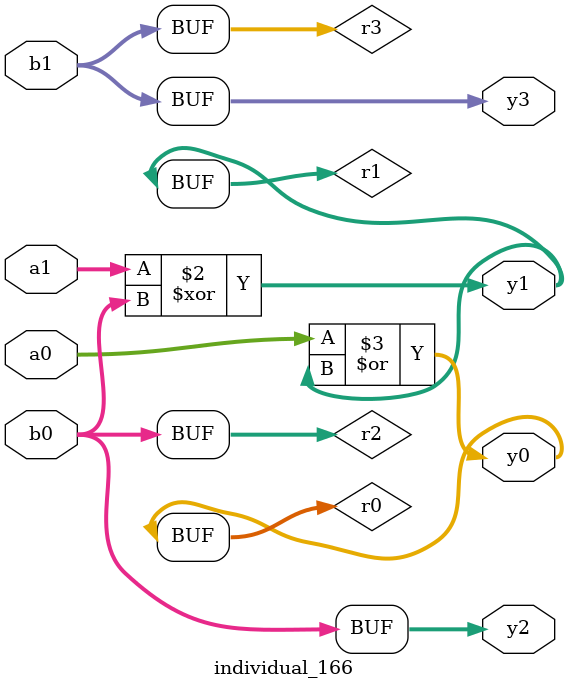
<source format=sv>
module individual_166(input logic [15:0] a1, input logic [15:0] a0, input logic [15:0] b1, input logic [15:0] b0, output logic [15:0] y3, output logic [15:0] y2, output logic [15:0] y1, output logic [15:0] y0);
logic [15:0] r0, r1, r2, r3; 
 always@(*) begin 
	 r0 = a0; r1 = a1; r2 = b0; r3 = b1; 
 	 r1  ^=  b0 ;
 	 r0  |=  r1 ;
 	 y3 = r3; y2 = r2; y1 = r1; y0 = r0; 
end
endmodule
</source>
